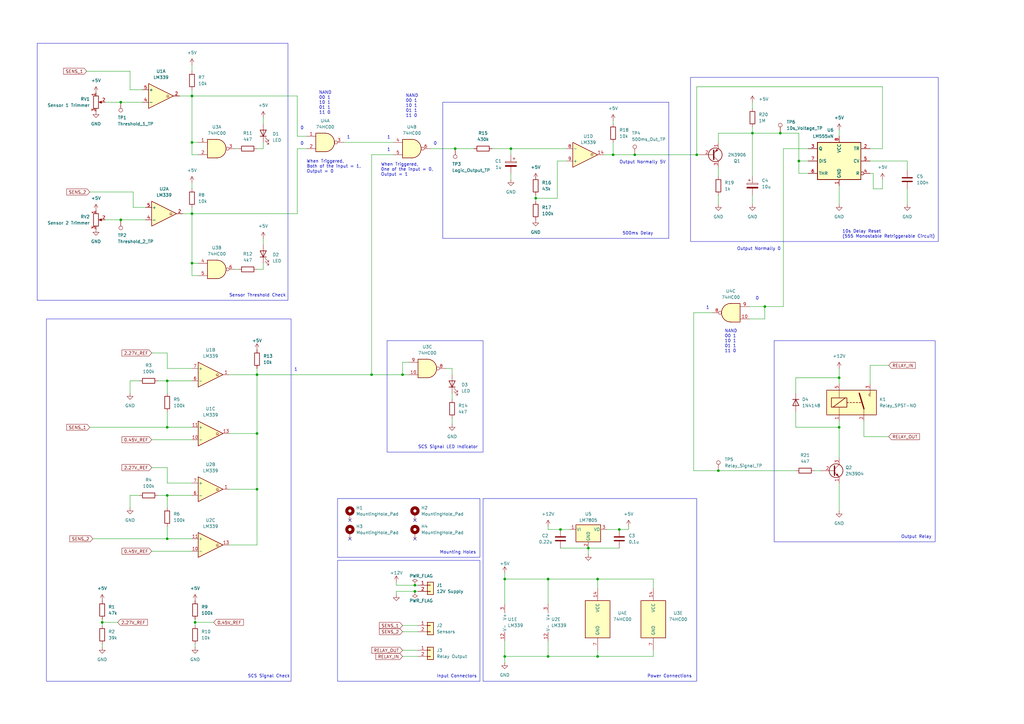
<source format=kicad_sch>
(kicad_sch (version 20230121) (generator eeschema)
  (paper "A3")
  (title_block (title "BSPD") (date "2024-06-09") (rev "V4.0") (company "Manchester Stinger Motorsports"))
  (lib_symbols
    (symbol "74xx:74HC00" (pin_names (offset 1.016))
      (property "Reference" "U" (at 0 1.27 0))
      (property "Value" "74HC00" (at 0 -1.27 0))
      (symbol "74HC00_1_1"
        (pin input line (at -7.62 2.54 0) (length 3.81) (name "~") (number "1"))
        (pin input line (at -7.62 -2.54 0) (length 3.81) (name "~") (number "2"))
        (pin output inverted (at 7.62 0 180) (length 3.81) (name "~") (number "3"))
      )
      (symbol "74HC00_1_2"
        (pin input inverted (at -7.62 2.54 0) (length 4.318) (name "~") (number "1"))
        (pin input inverted (at -7.62 -2.54 0) (length 4.318) (name "~") (number "2"))
        (pin output line (at 7.62 0 180) (length 3.81) (name "~") (number "3"))
      )
      (symbol "74HC00_2_1"
        (pin input line (at -7.62 2.54 0) (length 3.81) (name "~") (number "4"))
        (pin input line (at -7.62 -2.54 0) (length 3.81) (name "~") (number "5"))
        (pin output inverted (at 7.62 0 180) (length 3.81) (name "~") (number "6"))
      )
      (symbol "74HC00_2_2"
        (pin input inverted (at -7.62 2.54 0) (length 4.318) (name "~") (number "4"))
        (pin input inverted (at -7.62 -2.54 0) (length 4.318) (name "~") (number "5"))
        (pin output line (at 7.62 0 180) (length 3.81) (name "~") (number "6"))
      )
      (symbol "74HC00_3_1"
        (pin input line (at -7.62 -2.54 0) (length 3.81) (name "~") (number "10"))
        (pin output inverted (at 7.62 0 180) (length 3.81) (name "~") (number "8"))
        (pin input line (at -7.62 2.54 0) (length 3.81) (name "~") (number "9"))
      )
      (symbol "74HC00_3_2"
        (pin input inverted (at -7.62 -2.54 0) (length 4.318) (name "~") (number "10"))
        (pin output line (at 7.62 0 180) (length 3.81) (name "~") (number "8"))
        (pin input inverted (at -7.62 2.54 0) (length 4.318) (name "~") (number "9"))
      )
      (symbol "74HC00_4_1"
        (pin output inverted (at 7.62 0 180) (length 3.81) (name "~") (number "11"))
        (pin input line (at -7.62 2.54 0) (length 3.81) (name "~") (number "12"))
        (pin input line (at -7.62 -2.54 0) (length 3.81) (name "~") (number "13"))
      )
      (symbol "74HC00_4_2"
        (pin output line (at 7.62 0 180) (length 3.81) (name "~") (number "11"))
        (pin input inverted (at -7.62 2.54 0) (length 4.318) (name "~") (number "12"))
        (pin input inverted (at -7.62 -2.54 0) (length 4.318) (name "~") (number "13"))
      )
      (symbol "74HC00_5_0"
        (pin power_in line (at 0 12.7 270) (length 5.08) (name "VCC") (number "14"))
        (pin power_in line (at 0 -12.7 90) (length 5.08) (name "GND") (number "7"))
      )
    )
    (symbol "Comparator:LM339" (pin_names (offset 0.127))
      (property "Reference" "U" (at 0 5.08 0))
      (property "Value" "LM339" (at 0 -5.08 0))
      (symbol "LM339_1_1"
        (pin open_collector line (at 7.62 0 180) (length 2.54) (name "~") (number "2"))
        (pin input line (at -7.62 -2.54 0) (length 2.54) (name "-") (number "4"))
        (pin input line (at -7.62 2.54 0) (length 2.54) (name "+") (number "5"))
      )
      (symbol "LM339_2_1"
        (pin open_collector line (at 7.62 0 180) (length 2.54) (name "~") (number "1"))
        (pin input line (at -7.62 -2.54 0) (length 2.54) (name "-") (number "6"))
        (pin input line (at -7.62 2.54 0) (length 2.54) (name "+") (number "7"))
      )
      (symbol "LM339_3_1"
        (pin input line (at -7.62 -2.54 0) (length 2.54) (name "-") (number "10"))
        (pin input line (at -7.62 2.54 0) (length 2.54) (name "+") (number "11"))
        (pin open_collector line (at 7.62 0 180) (length 2.54) (name "~") (number "13"))
      )
      (symbol "LM339_4_1"
        (pin open_collector line (at 7.62 0 180) (length 2.54) (name "~") (number "14"))
        (pin input line (at -7.62 -2.54 0) (length 2.54) (name "-") (number "8"))
        (pin input line (at -7.62 2.54 0) (length 2.54) (name "+") (number "9"))
      )
      (symbol "LM339_5_1"
        (pin power_in line (at -2.54 -7.62 90) (length 3.81) (name "V-") (number "12"))
        (pin power_in line (at -2.54 7.62 270) (length 3.81) (name "V+") (number "3"))
      )
    )
    (symbol "Connector:TestPoint" (pin_numbers hide) (pin_names (offset 0.762) hide)
      (property "Reference" "TP" (at 0 6.858 0))
      (property "Value" "TestPoint" (at 0 5.08 0))
      (symbol "TestPoint_1_1"
        (pin passive line (at 0 0 90) (length 2.54) (name "1") (number "1"))
      )
    )
    (symbol "Connector_Generic:Conn_01x02" (pin_names (offset 1.016) hide)
      (property "Reference" "J" (at 0 2.54 0))
      (property "Value" "Conn_01x02" (at 0 -5.08 0))
      (symbol "Conn_01x02_1_1"
        (pin passive line (at -5.08 0 0) (length 3.81) (name "Pin_1") (number "1"))
        (pin passive line (at -5.08 -2.54 0) (length 3.81) (name "Pin_2") (number "2"))
      )
    )
    (symbol "Device:C" (pin_numbers hide) (pin_names (offset 0.254))
      (property "Reference" "C" (at 0.635 2.54 0))
      (property "Value" "C" (at 0.635 -2.54 0))
      (symbol "C_1_1"
        (pin passive line (at 0 3.81 270) (length 2.794) (name "~") (number "1"))
        (pin passive line (at 0 -3.81 90) (length 2.794) (name "~") (number "2"))
      )
    )
    (symbol "Device:C_Polarized" (pin_numbers hide) (pin_names (offset 0.254))
      (property "Reference" "C" (at 0.635 2.54 0))
      (property "Value" "C_Polarized" (at 0.635 -2.54 0))
      (symbol "C_Polarized_1_1"
        (pin passive line (at 0 3.81 270) (length 2.794) (name "~") (number "1"))
        (pin passive line (at 0 -3.81 90) (length 2.794) (name "~") (number "2"))
      )
    )
    (symbol "Device:LED" (pin_numbers hide) (pin_names (offset 1.016) hide)
      (property "Reference" "D" (at 0 2.54 0))
      (property "Value" "LED" (at 0 -2.54 0))
      (symbol "LED_1_1"
        (pin passive line (at -3.81 0 0) (length 2.54) (name "K") (number "1"))
        (pin passive line (at 3.81 0 180) (length 2.54) (name "A") (number "2"))
      )
    )
    (symbol "Device:R" (pin_numbers hide) (pin_names (offset 0))
      (property "Reference" "R" (at 2.032 0 90))
      (property "Value" "R" (at 0 0 90))
      (symbol "R_1_1"
        (pin passive line (at 0 3.81 270) (length 1.27) (name "~") (number "1"))
        (pin passive line (at 0 -3.81 90) (length 1.27) (name "~") (number "2"))
      )
    )
    (symbol "Device:R_Potentiometer" (pin_names (offset 1.016) hide)
      (property "Reference" "RV" (at -4.445 0 90))
      (property "Value" "R_Potentiometer" (at -2.54 0 90))
      (symbol "R_Potentiometer_1_1"
        (pin passive line (at 0 3.81 270) (length 1.27) (name "1") (number "1"))
        (pin passive line (at 3.81 0 180) (length 1.27) (name "2") (number "2"))
        (pin passive line (at 0 -3.81 90) (length 1.27) (name "3") (number "3"))
      )
    )
    (symbol "Diode:1N4148" (pin_numbers hide) (pin_names hide)
      (property "Reference" "D" (at 0 2.54 0))
      (property "Value" "1N4148" (at 0 -2.54 0))
      (symbol "1N4148_1_1"
        (pin passive line (at -3.81 0 0) (length 2.54) (name "K") (number "1"))
        (pin passive line (at 3.81 0 180) (length 2.54) (name "A") (number "2"))
      )
    )
    (symbol "Mechanical:MountingHole_Pad" (pin_numbers hide) (pin_names (offset 1.016) hide)
      (property "Reference" "H" (at 0 6.35 0))
      (property "Value" "MountingHole_Pad" (at 0 4.445 0))
      (symbol "MountingHole_Pad_1_1"
        (pin input line (at 0 -2.54 90) (length 2.54) (name "1") (number "1"))
      )
    )
    (symbol "Regulator_Linear:LF50_TO220" (pin_names (offset 0.254))
      (property "Reference" "U" (at -3.81 3.175 0))
      (property "Value" "LF50_TO220" (at 0 3.175 0))
      (symbol "LF50_TO220_1_1"
        (pin power_in line (at -7.62 0 0) (length 2.54) (name "VI") (number "1"))
        (pin power_in line (at 0 -7.62 90) (length 2.54) (name "GND") (number "2"))
        (pin power_out line (at 7.62 0 180) (length 2.54) (name "VO") (number "3"))
      )
    )
    (symbol "Relay:Relay_SPST-NO"
      (property "Reference" "K1" (at 11.43 1.27 0))
      (property "Value" "Relay_SPST-NO" (at 11.43 -1.27 0))
      (symbol "Relay_SPST-NO_1_1"
        (pin passive line (at -5.08 -7.62 90) (length 2.54) (name "~") (number "1"))
        (pin passive line (at 5.08 -7.62 90) (length 2.54) (name "~") (number "2"))
        (pin passive line (at 7.62 7.62 270) (length 2.54) (name "~") (number "3"))
        (pin passive line (at -5.08 7.62 270) (length 2.54) (name "~") (number "5"))
      )
    )
    (symbol "Timer:LM555xN"
      (property "Reference" "U" (at -10.16 8.89 0))
      (property "Value" "LM555xN" (at 2.54 8.89 0))
      (symbol "LM555xN_0_0"
        (pin power_in line (at 0 -10.16 90) (length 2.54) (name "GND") (number "1"))
        (pin power_in line (at 0 10.16 270) (length 2.54) (name "VCC") (number "8"))
      )
      (symbol "LM555xN_1_1"
        (pin input line (at -12.7 5.08 0) (length 3.81) (name "TR") (number "2"))
        (pin output line (at 12.7 5.08 180) (length 3.81) (name "Q") (number "3"))
        (pin input inverted (at -12.7 -5.08 0) (length 3.81) (name "R") (number "4"))
        (pin input line (at -12.7 0 0) (length 3.81) (name "CV") (number "5"))
        (pin input line (at 12.7 -5.08 180) (length 3.81) (name "THR") (number "6"))
        (pin input line (at 12.7 0 180) (length 3.81) (name "DIS") (number "7"))
      )
    )
    (symbol "Transistor_BJT:2N3904" (pin_names (offset 0) hide)
      (property "Reference" "Q" (at 5.08 1.905 0))
      (property "Value" "2N3904" (at 5.08 0 0))
      (symbol "2N3904_1_1"
        (pin passive line (at 2.54 -5.08 90) (length 2.54) (name "E") (number "1"))
        (pin passive line (at -5.08 0 0) (length 5.715) (name "B") (number "2"))
        (pin passive line (at 2.54 5.08 270) (length 2.54) (name "C") (number "3"))
      )
    )
    (symbol "Transistor_BJT:2N3906" (pin_names (offset 0) hide)
      (property "Reference" "Q" (at 5.08 1.905 0))
      (property "Value" "2N3906" (at 5.08 0 0))
      (symbol "2N3906_1_1"
        (pin passive line (at 2.54 -5.08 90) (length 2.54) (name "E") (number "1"))
        (pin input line (at -5.08 0 0) (length 5.715) (name "B") (number "2"))
        (pin passive line (at 2.54 5.08 270) (length 2.54) (name "C") (number "3"))
      )
    )
    (symbol "power:+12V" (power) (pin_names (offset 0))
      (property "Value" "+12V" (at 0 3.556 0))
      (symbol "+12V_1_1"
        (pin power_in line (at 0 0 90) (length 0) hide (name "+12V") (number "1"))
      )
    )
    (symbol "power:+5V" (power) (pin_names (offset 0))
      (property "Value" "+5V" (at 0 3.556 0))
      (symbol "+5V_1_1"
        (pin power_in line (at 0 0 90) (length 0) hide (name "+5V") (number "1"))
      )
    )
    (symbol "power:GND" (power) (pin_names (offset 0))
      (property "Value" "GND" (at 0 -3.81 0))
      (symbol "GND_1_1"
        (pin power_in line (at 0 0 270) (length 0) hide (name "GND") (number "1"))
      )
    )
    (symbol "power:PWR_FLAG" (power) (pin_numbers hide) (pin_names (offset 0) hide)
      (property "Value" "PWR_FLAG" (at 0 3.81 0))
      (symbol "PWR_FLAG_0_0"
        (pin power_out line (at 0 0 90) (length 0) (name "pwr") (number "1"))
      )
    )
  )
  (junction (at 294.64 193.04))
  (junction (at 245.11 269.24))
  (junction (at 219.71 81.28))
  (junction (at 170.18 240.03))
  (junction (at 209.55 60.96))
  (junction (at 186.69 60.96))
  (junction (at 344.17 175.26))
  (junction (at 245.11 237.49))
  (junction (at 78.74 39.37))
  (junction (at 105.41 153.67))
  (junction (at 327.66 66.04))
  (junction (at 105.41 200.66))
  (junction (at 78.74 87.63))
  (junction (at 68.58 175.26))
  (junction (at 68.58 156.21))
  (junction (at 207.01 269.24))
  (junction (at 224.79 269.24))
  (junction (at 78.74 58.42))
  (junction (at 41.91 255.27))
  (junction (at 207.01 237.49))
  (junction (at 251.46 63.5))
  (junction (at 78.74 107.95))
  (junction (at 308.61 54.61))
  (junction (at 68.58 220.98))
  (junction (at 313.69 125.73))
  (junction (at 224.79 237.49))
  (junction (at 165.1 153.67))
  (junction (at 49.53 41.91))
  (junction (at 80.01 255.27))
  (junction (at 241.3 224.79))
  (junction (at 152.4 153.67))
  (junction (at 260.35 63.5))
  (junction (at 49.53 90.17))
  (junction (at 170.18 242.57))
  (junction (at 320.04 54.61))
  (junction (at 285.75 63.5))
  (junction (at 344.17 154.94))
  (junction (at 68.58 203.2))
  (junction (at 229.87 217.17))
  (junction (at 254 217.17))
  (junction (at 105.41 177.8))
  (no_connect (at 170.18 220.98))
  (no_connect (at 143.51 220.98))
  (no_connect (at 143.51 213.36))
  (no_connect (at 170.18 213.36))
  (wire (pts (xy 358.14 71.12) (xy 356.87 71.12)))
  (wire (pts (xy 228.6 66.04) (xy 232.41 66.04)))
  (wire (pts (xy 68.58 191.77) (xy 62.23 191.77)))
  (wire (pts (xy 105.41 60.96) (xy 107.95 60.96)))
  (wire (pts (xy 308.61 54.61) (xy 308.61 72.39)))
  (wire (pts (xy 260.35 63.5) (xy 285.75 63.5)))
  (wire (pts (xy 285.75 35.56) (xy 285.75 63.5)))
  (wire (pts (xy 209.55 63.5) (xy 209.55 60.96)))
  (wire (pts (xy 207.01 269.24) (xy 207.01 262.89)))
  (wire (pts (xy 294.64 193.04) (xy 326.39 193.04)))
  (wire (pts (xy 185.42 151.13) (xy 185.42 153.67)))
  (wire (pts (xy 68.58 220.98) (xy 78.74 220.98)))
  (wire (pts (xy 121.92 55.88) (xy 125.73 55.88)))
  (wire (pts (xy 93.98 153.67) (xy 105.41 153.67)))
  (wire (pts (xy 78.74 39.37) (xy 78.74 58.42)))
  (wire (pts (xy 78.74 156.21) (xy 68.58 156.21)))
  (wire (pts (xy 78.74 74.93) (xy 78.74 77.47)))
  (wire (pts (xy 167.64 148.59) (xy 165.1 148.59)))
  (wire (pts (xy 326.39 168.91) (xy 326.39 175.26)))
  (wire (pts (xy 93.98 223.52) (xy 105.41 223.52)))
  (wire (pts (xy 313.69 125.73) (xy 313.69 130.81)))
  (wire (pts (xy 358.14 77.47) (xy 358.14 71.12)))
  (wire (pts (xy 209.55 71.12) (xy 209.55 73.66)))
  (wire (pts (xy 245.11 237.49) (xy 245.11 241.3)))
  (wire (pts (xy 284.48 128.27) (xy 284.48 193.04)))
  (wire (pts (xy 344.17 55.88) (xy 344.17 53.34)))
  (wire (pts (xy 372.11 83.82) (xy 372.11 77.47)))
  (wire (pts (xy 68.58 198.12) (xy 78.74 198.12)))
  (wire (pts (xy 356.87 60.96) (xy 361.95 60.96)))
  (wire (pts (xy 327.66 66.04) (xy 331.47 66.04)))
  (wire (pts (xy 68.58 151.13) (xy 78.74 151.13)))
  (wire (pts (xy 74.93 87.63) (xy 78.74 87.63)))
  (wire (pts (xy 54.61 78.74) (xy 36.83 78.74)))
  (wire (pts (xy 248.92 217.17) (xy 254 217.17)))
  (wire (pts (xy 285.75 63.5) (xy 287.02 63.5)))
  (wire (pts (xy 170.18 242.57) (xy 171.45 242.57)))
  (wire (pts (xy 78.74 87.63) (xy 121.92 87.63)))
  (wire (pts (xy 78.74 39.37) (xy 78.74 36.83)))
  (wire (pts (xy 105.41 153.67) (xy 105.41 177.8)))
  (wire (pts (xy 62.23 180.34) (xy 78.74 180.34)))
  (wire (pts (xy 334.01 193.04) (xy 336.55 193.04)))
  (wire (pts (xy 185.42 163.83) (xy 185.42 161.29)))
  (wire (pts (xy 326.39 175.26) (xy 344.17 175.26)))
  (wire (pts (xy 284.48 193.04) (xy 294.64 193.04)))
  (wire (pts (xy 41.91 255.27) (xy 48.26 255.27)))
  (wire (pts (xy 257.81 215.9) (xy 257.81 217.17)))
  (wire (pts (xy 331.47 71.12) (xy 327.66 71.12)))
  (wire (pts (xy 245.11 237.49) (xy 267.97 237.49)))
  (wire (pts (xy 219.71 80.01) (xy 219.71 81.28)))
  (wire (pts (xy 53.34 203.2) (xy 57.15 203.2)))
  (wire (pts (xy 107.95 60.96) (xy 107.95 58.42)))
  (wire (pts (xy 49.53 90.17) (xy 59.69 90.17)))
  (wire (pts (xy 294.64 58.42) (xy 294.64 54.61)))
  (wire (pts (xy 308.61 54.61) (xy 320.04 54.61)))
  (wire (pts (xy 78.74 58.42) (xy 78.74 63.5)))
  (wire (pts (xy 80.01 265.43) (xy 80.01 264.16)))
  (wire (pts (xy 68.58 208.28) (xy 68.58 203.2)))
  (wire (pts (xy 53.34 36.83) (xy 58.42 36.83)))
  (wire (pts (xy 257.81 217.17) (xy 254 217.17)))
  (wire (pts (xy 107.95 48.26) (xy 107.95 50.8)))
  (wire (pts (xy 308.61 41.91) (xy 308.61 44.45)))
  (wire (pts (xy 152.4 153.67) (xy 165.1 153.67)))
  (wire (pts (xy 68.58 156.21) (xy 64.77 156.21)))
  (wire (pts (xy 207.01 237.49) (xy 207.01 234.95)))
  (wire (pts (xy 186.69 60.96) (xy 194.31 60.96)))
  (wire (pts (xy 93.98 177.8) (xy 105.41 177.8)))
  (wire (pts (xy 344.17 175.26) (xy 344.17 187.96)))
  (wire (pts (xy 219.71 81.28) (xy 219.71 82.55)))
  (wire (pts (xy 247.65 63.5) (xy 251.46 63.5)))
  (wire (pts (xy 165.1 153.67) (xy 167.64 153.67)))
  (wire (pts (xy 224.79 262.89) (xy 224.79 269.24)))
  (wire (pts (xy 105.41 151.13) (xy 105.41 153.67)))
  (wire (pts (xy 209.55 60.96) (xy 232.41 60.96)))
  (wire (pts (xy 171.45 240.03) (xy 170.18 240.03)))
  (wire (pts (xy 320.04 54.61) (xy 327.66 54.61)))
  (wire (pts (xy 326.39 154.94) (xy 344.17 154.94)))
  (wire (pts (xy 294.64 80.01) (xy 294.64 83.82)))
  (wire (pts (xy 152.4 63.5) (xy 152.4 153.67)))
  (wire (pts (xy 219.71 81.28) (xy 228.6 81.28)))
  (wire (pts (xy 121.92 39.37) (xy 121.92 55.88)))
  (wire (pts (xy 152.4 63.5) (xy 161.29 63.5)))
  (wire (pts (xy 284.48 128.27) (xy 292.1 128.27)))
  (wire (pts (xy 105.41 200.66) (xy 105.41 177.8)))
  (wire (pts (xy 121.92 60.96) (xy 125.73 60.96)))
  (wire (pts (xy 308.61 80.01) (xy 308.61 83.82)))
  (wire (pts (xy 41.91 254) (xy 41.91 255.27)))
  (wire (pts (xy 224.79 215.9) (xy 224.79 217.17)))
  (wire (pts (xy 93.98 200.66) (xy 105.41 200.66)))
  (wire (pts (xy 62.23 226.06) (xy 78.74 226.06)))
  (wire (pts (xy 327.66 71.12) (xy 327.66 66.04)))
  (wire (pts (xy 267.97 237.49) (xy 267.97 241.3)))
  (wire (pts (xy 54.61 85.09) (xy 54.61 78.74)))
  (wire (pts (xy 321.31 60.96) (xy 331.47 60.96)))
  (wire (pts (xy 78.74 39.37) (xy 121.92 39.37)))
  (wire (pts (xy 176.53 60.96) (xy 186.69 60.96)))
  (wire (pts (xy 68.58 168.91) (xy 68.58 175.26)))
  (wire (pts (xy 245.11 269.24) (xy 245.11 266.7)))
  (wire (pts (xy 308.61 52.07) (xy 308.61 54.61)))
  (wire (pts (xy 96.52 110.49) (xy 97.79 110.49)))
  (wire (pts (xy 140.97 58.42) (xy 161.29 58.42)))
  (wire (pts (xy 68.58 156.21) (xy 68.58 161.29)))
  (wire (pts (xy 81.28 63.5) (xy 78.74 63.5)))
  (wire (pts (xy 105.41 223.52) (xy 105.41 200.66)))
  (wire (pts (xy 162.56 242.57) (xy 170.18 242.57)))
  (wire (pts (xy 361.95 77.47) (xy 358.14 77.47)))
  (wire (pts (xy 53.34 29.21) (xy 53.34 36.83)))
  (wire (pts (xy 267.97 269.24) (xy 267.97 266.7)))
  (wire (pts (xy 307.34 130.81) (xy 313.69 130.81)))
  (wire (pts (xy 182.88 151.13) (xy 185.42 151.13)))
  (wire (pts (xy 361.95 35.56) (xy 285.75 35.56)))
  (wire (pts (xy 307.34 125.73) (xy 313.69 125.73)))
  (wire (pts (xy 78.74 26.67) (xy 78.74 29.21)))
  (wire (pts (xy 245.11 269.24) (xy 267.97 269.24)))
  (wire (pts (xy 53.34 156.21) (xy 57.15 156.21)))
  (wire (pts (xy 107.95 110.49) (xy 107.95 107.95)))
  (wire (pts (xy 224.79 217.17) (xy 229.87 217.17)))
  (wire (pts (xy 372.11 69.85) (xy 372.11 66.04)))
  (wire (pts (xy 80.01 255.27) (xy 80.01 256.54)))
  (wire (pts (xy 53.34 156.21) (xy 53.34 161.29)))
  (wire (pts (xy 49.53 41.91) (xy 58.42 41.91)))
  (wire (pts (xy 78.74 58.42) (xy 81.28 58.42)))
  (wire (pts (xy 38.1 220.98) (xy 68.58 220.98)))
  (wire (pts (xy 165.1 148.59) (xy 165.1 153.67)))
  (wire (pts (xy 224.79 269.24) (xy 245.11 269.24)))
  (wire (pts (xy 326.39 161.29) (xy 326.39 154.94)))
  (wire (pts (xy 321.31 60.96) (xy 321.31 125.73)))
  (wire (pts (xy 344.17 172.72) (xy 344.17 175.26)))
  (wire (pts (xy 68.58 198.12) (xy 68.58 191.77)))
  (wire (pts (xy 78.74 107.95) (xy 81.28 107.95)))
  (wire (pts (xy 321.31 125.73) (xy 313.69 125.73)))
  (wire (pts (xy 344.17 83.82) (xy 344.17 76.2)))
  (wire (pts (xy 81.28 113.03) (xy 78.74 113.03)))
  (wire (pts (xy 165.1 266.7) (xy 171.45 266.7)))
  (wire (pts (xy 251.46 63.5) (xy 251.46 58.42)))
  (wire (pts (xy 207.01 237.49) (xy 224.79 237.49)))
  (wire (pts (xy 78.74 107.95) (xy 78.74 113.03)))
  (wire (pts (xy 354.33 179.07) (xy 364.49 179.07)))
  (wire (pts (xy 356.87 149.86) (xy 356.87 157.48)))
  (wire (pts (xy 207.01 269.24) (xy 207.01 271.78)))
  (wire (pts (xy 35.56 29.21) (xy 53.34 29.21)))
  (wire (pts (xy 68.58 151.13) (xy 68.58 144.78)))
  (wire (pts (xy 327.66 54.61) (xy 327.66 66.04)))
  (wire (pts (xy 43.18 41.91) (xy 49.53 41.91)))
  (wire (pts (xy 53.34 208.28) (xy 53.34 203.2)))
  (wire (pts (xy 78.74 87.63) (xy 78.74 107.95)))
  (wire (pts (xy 80.01 254) (xy 80.01 255.27)))
  (wire (pts (xy 43.18 90.17) (xy 49.53 90.17)))
  (wire (pts (xy 344.17 151.13) (xy 344.17 154.94)))
  (wire (pts (xy 294.64 54.61) (xy 308.61 54.61)))
  (wire (pts (xy 361.95 73.66) (xy 361.95 77.47)))
  (wire (pts (xy 162.56 243.84) (xy 162.56 242.57)))
  (wire (pts (xy 68.58 175.26) (xy 78.74 175.26)))
  (wire (pts (xy 105.41 110.49) (xy 107.95 110.49)))
  (wire (pts (xy 254 224.79) (xy 241.3 224.79)))
  (wire (pts (xy 68.58 203.2) (xy 64.77 203.2)))
  (wire (pts (xy 294.64 68.58) (xy 294.64 72.39)))
  (wire (pts (xy 228.6 66.04) (xy 228.6 81.28)))
  (wire (pts (xy 41.91 265.43) (xy 41.91 264.16)))
  (wire (pts (xy 361.95 60.96) (xy 361.95 35.56)))
  (wire (pts (xy 219.71 72.39) (xy 219.71 73.66)))
  (wire (pts (xy 54.61 85.09) (xy 59.69 85.09)))
  (wire (pts (xy 207.01 237.49) (xy 207.01 247.65)))
  (wire (pts (xy 96.52 60.96) (xy 97.79 60.96)))
  (wire (pts (xy 251.46 63.5) (xy 260.35 63.5)))
  (wire (pts (xy 344.17 154.94) (xy 344.17 157.48)))
  (wire (pts (xy 251.46 50.8) (xy 251.46 49.53)))
  (wire (pts (xy 229.87 217.17) (xy 233.68 217.17)))
  (wire (pts (xy 165.1 259.08) (xy 171.45 259.08)))
  (wire (pts (xy 344.17 198.12) (xy 344.17 209.55)))
  (wire (pts (xy 224.79 269.24) (xy 207.01 269.24)))
  (wire (pts (xy 80.01 255.27) (xy 87.63 255.27)))
  (wire (pts (xy 121.92 87.63) (xy 121.92 60.96)))
  (wire (pts (xy 224.79 237.49) (xy 245.11 237.49)))
  (wire (pts (xy 41.91 255.27) (xy 41.91 256.54)))
  (wire (pts (xy 224.79 237.49) (xy 224.79 247.65)))
  (wire (pts (xy 165.1 256.54) (xy 171.45 256.54)))
  (wire (pts (xy 241.3 224.79) (xy 241.3 227.33)))
  (wire (pts (xy 105.41 153.67) (xy 152.4 153.67)))
  (wire (pts (xy 73.66 39.37) (xy 78.74 39.37)))
  (wire (pts (xy 171.45 269.24) (xy 165.1 269.24)))
  (wire (pts (xy 229.87 224.79) (xy 241.3 224.79)))
  (wire (pts (xy 68.58 215.9) (xy 68.58 220.98)))
  (wire (pts (xy 162.56 240.03) (xy 170.18 240.03)))
  (wire (pts (xy 364.49 149.86) (xy 356.87 149.86)))
  (wire (pts (xy 78.74 203.2) (xy 68.58 203.2)))
  (wire (pts (xy 354.33 172.72) (xy 354.33 179.07)))
  (wire (pts (xy 201.93 60.96) (xy 209.55 60.96)))
  (wire (pts (xy 185.42 173.99) (xy 185.42 171.45)))
  (wire (pts (xy 68.58 144.78) (xy 62.23 144.78)))
  (wire (pts (xy 78.74 85.09) (xy 78.74 87.63)))
  (wire (pts (xy 36.83 175.26) (xy 68.58 175.26)))
  (wire (pts (xy 162.56 238.76) (xy 162.56 240.03)))
  (wire (pts (xy 107.95 97.79) (xy 107.95 100.33)))
  (wire (pts (xy 372.11 66.04) (xy 356.87 66.04)))
  (rectangle (start 19.05 130.81) (end 119.38 279.4))
  (rectangle (start 138.43 229.87) (end 196.85 279.4))
  (rectangle (start 138.43 204.47) (end 196.85 228.6))
  (rectangle (start 317.5 139.7) (end 383.54 222.25))
  (rectangle (start 283.21 31.75) (end 384.81 99.06))
  (rectangle (start 15.24 17.78) (end 118.11 123.19))
  (rectangle (start 198.12 204.47) (end 285.75 279.4))
  (rectangle (start 181.61 41.91) (end 274.32 97.79))
  (rectangle (start 158.75 139.7) (end 198.12 185.42))
  (text "SCS Signal Check" (at 101.6 278.13 0) (effects (font (size 1.27 1.27)) (justify left bottom)))
  (text "0" (at 177.8 59.69 0) (effects (font (size 1.27 1.27)) (justify left bottom)))
  (text "1" (at 142.24 57.15 0) (effects (font (size 1.27 1.27)) (justify left bottom)))
  (text "When Triggered, \nBoth of the input = 1, \nOutput = 0\n" (at 125.73 71.12 0) (effects (font (size 1.27 1.27)) (justify left bottom)))
  (text "500ms Delay" (at 255.27 96.52 0) (effects (font (size 1.27 1.27)) (justify left bottom)))
  (text "Mounting Holes" (at 180.34 227.33 0) (effects (font (size 1.27 1.27)) (justify left bottom)))
  (text "Output Relay" (at 369.57 220.98 0) (effects (font (size 1.27 1.27)) (justify left bottom)))
  (text "0" (at 123.19 59.69 0) (effects (font (size 1.27 1.27)) (justify left bottom)))
  (text "SCS Signal LED Indicator" (at 171.45 184.15 0) (effects (font (size 1.27 1.27)) (justify left bottom)))
  (text "1" (at 158.75 57.15 0) (effects (font (size 1.27 1.27)) (justify left bottom)))
  (text "Power Connections" (at 265.43 278.13 0) (effects (font (size 1.27 1.27)) (justify left bottom)))
  (text "NAND\n00 1\n10 1\n01 1\n11 0\n" (at 130.81 46.99 0) (effects (font (size 1.27 1.27)) (justify left bottom)))
  (text "Sensor Threshold Check" (at 93.98 121.92 0) (effects (font (size 1.27 1.27)) (justify left bottom)))
  (text "0" (at 309.88 123.19 0) (effects (font (size 1.27 1.27)) (justify left bottom)))
  (text "NAND\n00 1\n10 1\n01 1\n11 0\n" (at 297.18 144.78 0) (effects (font (size 1.27 1.27)) (justify left bottom)))
  (text "1" (at 120.65 152.4 0) (effects (font (size 1.27 1.27)) (justify left bottom)))
  (text "Output Normally 5V" (at 254 67.31 0) (effects (font (size 1.27 1.27)) (justify left bottom)))
  (text "Input Connectors\n" (at 179.07 278.13 0) (effects (font (size 1.27 1.27)) (justify left bottom)))
  (text "When Triggered, \n0ne of the input = 0, \nOutput = 1\n" (at 156.21 72.39 0) (effects (font (size 1.27 1.27)) (justify left bottom)))
  (text "10s Delay Reset\n(555 Monostable Retriggerable Circuit)" (at 345.44 97.79 0) (effects (font (size 1.27 1.27)) (justify left bottom)))
  (text "Output Normally 0" (at 302.26 102.87 0) (effects (font (size 1.27 1.27)) (justify left bottom)))
  (text "1" (at 289.56 127 0) (effects (font (size 1.27 1.27)) (justify left bottom)))
  (text "NAND\n00 1\n10 1\n01 1\n11 0\n" (at 166.37 48.26 0) (effects (font (size 1.27 1.27)) (justify left bottom)))
  (text "1" (at 158.75 62.23 0) (effects (font (size 1.27 1.27)) (justify left bottom)))
  (text "0" (at 123.19 53.34 0) (effects (font (size 1.27 1.27)) (justify left bottom)))
  (global_label "SENS_2" (shape input) (at 165.1 259.08 180) (property "Intersheetrefs" "${INTERSHEET_REFS}" (effects hide)))
  (global_label "0.45V_REF" (shape input) (at 87.63 255.27 0) (property "Intersheetrefs" "${INTERSHEET_REFS}" (effects hide)))
  (global_label "SENS_1" (shape input) (at 165.1 256.54 180) (property "Intersheetrefs" "${INTERSHEET_REFS}" (effects hide)))
  (global_label "SENS_1" (shape input) (at 36.83 175.26 180) (property "Intersheetrefs" "${INTERSHEET_REFS}" (effects hide)))
  (global_label "2.27V_REF" (shape input) (at 48.26 255.27 0) (property "Intersheetrefs" "${INTERSHEET_REFS}" (effects hide)))
  (global_label "2.27V_REF" (shape input) (at 62.23 191.77 180) (property "Intersheetrefs" "${INTERSHEET_REFS}" (effects hide)))
  (global_label "RELAY_IN" (shape input) (at 364.49 149.86 0) (property "Intersheetrefs" "${INTERSHEET_REFS}" (effects hide)))
  (global_label "SENS_2" (shape input) (at 36.83 78.74 180) (property "Intersheetrefs" "${INTERSHEET_REFS}" (effects hide)))
  (global_label "0.45V_REF" (shape input) (at 62.23 180.34 180) (property "Intersheetrefs" "${INTERSHEET_REFS}" (effects hide)))
  (global_label "RELAY_IN" (shape input) (at 165.1 269.24 180) (property "Intersheetrefs" "${INTERSHEET_REFS}" (effects hide)))
  (global_label "2.27V_REF" (shape input) (at 62.23 144.78 180) (property "Intersheetrefs" "${INTERSHEET_REFS}" (effects hide)))
  (global_label "SENS_2" (shape input) (at 38.1 220.98 180) (property "Intersheetrefs" "${INTERSHEET_REFS}" (effects hide)))
  (global_label "RELAY_OUT" (shape input) (at 364.49 179.07 0) (property "Intersheetrefs" "${INTERSHEET_REFS}" (effects hide)))
  (global_label "0.45V_REF" (shape input) (at 62.23 226.06 180) (property "Intersheetrefs" "${INTERSHEET_REFS}" (effects hide)))
  (global_label "RELAY_OUT" (shape input) (at 165.1 266.7 180) (property "Intersheetrefs" "${INTERSHEET_REFS}" (effects hide)))
  (global_label "SENS_1" (shape input) (at 35.56 29.21 180) (property "Intersheetrefs" "${INTERSHEET_REFS}" (effects hide)))
  (symbol (lib_id "Connector:TestPoint") (at 49.53 41.91 180) (unit 1)
    (property "Reference" "TP1" (at 48.26 48.26 0) (effects (justify right)))
    (property "Value" "Threshold_1_TP" (at 48.26 50.8 0) (effects (justify right)))
    (property "Footprint" "TestPoint:TestPoint_Loop_D1.80mm_Drill1.0mm_Beaded" (effects hide))
  )
  (symbol (lib_id "Comparator:LM339") (at 86.36 223.52 0) (unit 3)
    (property "Reference" "U2" (at 86.36 213.36 0))
    (property "Value" "LM339" (at 86.36 215.9 0))
    (property "Footprint" "Package_DIP:DIP-14_W7.62mm" (effects hide))
    (property "Datasheet" "https://www.st.com/resource/en/datasheet/lm139.pdf" (effects hide))
  )
  (symbol (lib_id "Mechanical:MountingHole_Pad") (at 170.18 210.82 0) (unit 1)
    (property "Reference" "H2" (at 172.72 208.28 0) (effects (justify left)))
    (property "Value" "MountingHole_Pad" (at 172.72 210.82 0) (effects (justify left)))
    (property "Footprint" "MountingHole:MountingHole_3.2mm_M3_DIN965_Pad" (effects hide))
  )
  (symbol (lib_id "Device:R") (at 219.71 76.2 0) (unit 1)
    (property "Reference" "R16" (at 222.25 74.93 0) (effects (justify left)))
    (property "Value" "43k" (at 222.25 77.47 0) (effects (justify left)))
    (property "Footprint" "Resistor_THT:R_Axial_DIN0207_L6.3mm_D2.5mm_P10.16mm_Horizontal" (effects hide))
  )
  (symbol (lib_id "Device:R_Potentiometer") (at 39.37 41.91 0) (unit 1)
    (property "Reference" "RV1" (at 36.83 40.64 0) (effects (justify right)))
    (property "Value" "Sensor 1 Trimmer" (at 36.83 43.18 0) (effects (justify right)))
    (property "Footprint" "BSPD_footprints:Potentiometer_Bourns_3386P_Vertical" (effects hide))
  )
  (symbol (lib_id "Connector_Generic:Conn_01x02") (at 176.53 240.03 0) (unit 1)
    (property "Reference" "J1" (at 179.07 240.03 0) (effects (justify left)))
    (property "Value" "12V Supply" (at 179.07 242.57 0) (effects (justify left)))
    (property "Footprint" "Connector_JST:JST_VH_B2P-VH-FB-B_1x02_P3.96mm_Vertical" (effects hide))
  )
  (symbol (lib_id "power:+12V") (at 162.56 238.76 0) (unit 1)
    (property "Reference" "#PWR016" (effects hide))
    (property "Value" "+12V" (at 162.56 234.95 0))
  )
  (symbol (lib_id "74xx:74HC00") (at 245.11 254 0) (mirror y) (unit 5)
    (property "Reference" "U4" (at 255.27 251.46 0))
    (property "Value" "74HC00" (at 255.27 254 0))
    (property "Footprint" "Package_DIP:DIP-14_W7.62mm" (effects hide))
    (property "Datasheet" "http://www.ti.com/lit/gpn/sn74hc00" (effects hide))
  )
  (symbol (lib_id "Device:R") (at 60.96 156.21 90) (unit 1)
    (property "Reference" "R3" (at 60.96 149.86 90))
    (property "Value" "100k" (at 60.96 152.4 90))
    (property "Footprint" "Resistor_THT:R_Axial_DIN0207_L6.3mm_D2.5mm_P10.16mm_Horizontal" (effects hide))
  )
  (symbol (lib_id "Comparator:LM339") (at 209.55 255.27 0) (unit 5)
    (property "Reference" "U1" (at 208.28 254 0) (effects (justify left)))
    (property "Value" "LM339" (at 208.28 256.54 0) (effects (justify left)))
    (property "Footprint" "Package_DIP:DIP-14_W7.62mm" (effects hide))
    (property "Datasheet" "https://www.st.com/resource/en/datasheet/lm139.pdf" (effects hide))
  )
  (symbol (lib_id "power:+5V") (at 78.74 74.93 0) (unit 1)
    (property "Reference" "#PWR010" (effects hide))
    (property "Value" "+5V" (at 78.74 69.85 0))
  )
  (symbol (lib_id "Mechanical:MountingHole_Pad") (at 143.51 210.82 0) (unit 1)
    (property "Reference" "H1" (at 146.05 208.28 0) (effects (justify left)))
    (property "Value" "MountingHole_Pad" (at 146.05 210.82 0) (effects (justify left)))
    (property "Footprint" "MountingHole:MountingHole_3.2mm_M3_DIN965_Pad" (effects hide))
  )
  (symbol (lib_id "74xx:74HC00") (at 175.26 151.13 0) (unit 3)
    (property "Reference" "U3" (at 175.2517 142.24 0))
    (property "Value" "74HC00" (at 175.2517 144.78 0))
    (property "Footprint" "Package_DIP:DIP-14_W7.62mm" (effects hide))
    (property "Datasheet" "http://www.ti.com/lit/gpn/sn74hc00" (effects hide))
  )
  (symbol (lib_id "Transistor_BJT:2N3906") (at 292.1 63.5 0) (mirror x) (unit 1)
    (property "Reference" "Q1" (at 302.26 66.04 0))
    (property "Value" "2N3906" (at 302.26 63.5 0))
    (property "Footprint" "Package_TO_SOT_THT:TO-92L_Wide" (effects hide))
    (property "Datasheet" "https://www.onsemi.com/pub/Collateral/2N3906-D.PDF" (effects hide))
  )
  (symbol (lib_id "Connector_Generic:Conn_01x02") (at 176.53 256.54 0) (unit 1)
    (property "Reference" "J2" (at 179.07 256.54 0) (effects (justify left)))
    (property "Value" "Sensors" (at 179.07 259.08 0) (effects (justify left)))
    (property "Footprint" "TerminalBlock_Phoenix:TerminalBlock_Phoenix_MPT-0,5-2-2.54_1x02_P2.54mm_Horizontal" (effects hide))
  )
  (symbol (lib_id "Device:C") (at 229.87 220.98 0) (unit 1)
    (property "Reference" "C2" (at 222.25 219.71 0) (effects (justify left)))
    (property "Value" "0.22u" (at 220.98 222.25 0) (effects (justify left)))
    (property "Footprint" "Capacitor_THT:C_Disc_D8.0mm_W2.5mm_P5.00mm" (effects hide))
  )
  (symbol (lib_id "power:GND") (at 53.34 161.29 0) (unit 1)
    (property "Reference" "#PWR07" (effects hide))
    (property "Value" "GND" (at 53.34 166.37 0))
  )
  (symbol (lib_id "Device:R") (at 101.6 110.49 90) (unit 1)
    (property "Reference" "R12" (at 101.6 104.14 90))
    (property "Value" "4k7" (at 101.6 106.68 90))
    (property "Footprint" "Resistor_THT:R_Axial_DIN0207_L6.3mm_D2.5mm_P10.16mm_Horizontal" (effects hide))
  )
  (symbol (lib_id "Device:C") (at 372.11 73.66 0) (mirror y) (unit 1)
    (property "Reference" "C5" (at 375.92 72.39 0) (effects (justify right)))
    (property "Value" "100n" (at 375.92 74.93 0) (effects (justify right)))
    (property "Footprint" "Capacitor_THT:C_Disc_D8.0mm_W2.5mm_P5.00mm" (effects hide))
  )
  (symbol (lib_id "Transistor_BJT:2N3904") (at 341.63 193.04 0) (unit 1)
    (property "Reference" "Q2" (at 346.71 191.77 0) (effects (justify left)))
    (property "Value" "2N3904" (at 346.71 194.31 0) (effects (justify left)))
    (property "Footprint" "Package_TO_SOT_THT:TO-92L_Wide" (effects hide))
    (property "Datasheet" "https://www.onsemi.com/pub/Collateral/2N3903-D.PDF" (effects hide))
  )
  (symbol (lib_id "power:+5V") (at 251.46 49.53 0) (unit 1)
    (property "Reference" "#PWR026" (effects hide))
    (property "Value" "+5V" (at 251.46 44.45 0))
  )
  (symbol (lib_id "Device:R") (at 41.91 260.35 0) (unit 1)
    (property "Reference" "R2" (at 44.45 259.08 0) (effects (justify left)))
    (property "Value" "39k" (at 44.45 261.62 0) (effects (justify left)))
    (property "Footprint" "Resistor_THT:R_Axial_DIN0207_L6.3mm_D2.5mm_P10.16mm_Horizontal" (effects hide))
  )
  (symbol (lib_id "Comparator:LM339") (at 86.36 153.67 0) (unit 2)
    (property "Reference" "U1" (at 86.36 143.51 0))
    (property "Value" "LM339" (at 86.36 146.05 0))
    (property "Footprint" "Package_DIP:DIP-14_W7.62mm" (effects hide))
    (property "Datasheet" "https://www.st.com/resource/en/datasheet/lm139.pdf" (effects hide))
  )
  (symbol (lib_id "power:+5V") (at 219.71 73.66 0) (unit 1)
    (property "Reference" "#PWR022" (effects hide))
    (property "Value" "+5V" (at 219.71 68.58 0))
  )
  (symbol (lib_id "power:GND") (at 39.37 45.72 0) (unit 1)
    (property "Reference" "#PWR02" (effects hide))
    (property "Value" "GND" (at 39.37 50.8 0))
  )
  (symbol (lib_id "Connector:TestPoint") (at 49.53 90.17 180) (unit 1)
    (property "Reference" "TP2" (at 48.26 96.52 0) (effects (justify right)))
    (property "Value" "Threshold_2_TP" (at 48.26 99.06 0) (effects (justify right)))
    (property "Footprint" "TestPoint:TestPoint_Loop_D1.80mm_Drill1.0mm_Beaded" (effects hide))
  )
  (symbol (lib_id "power:+5V") (at 41.91 246.38 0) (unit 1)
    (property "Reference" "#PWR05" (effects hide))
    (property "Value" "+5V" (at 41.91 241.3 0))
  )
  (symbol (lib_id "power:GND") (at 344.17 209.55 0) (unit 1)
    (property "Reference" "#PWR034" (effects hide))
    (property "Value" "GND" (at 344.17 214.63 0))
  )
  (symbol (lib_id "Relay:Relay_SPST-NO") (at 349.25 165.1 0) (unit 1)
    (property "Reference" "K1" (at 360.68 163.83 0) (effects (justify left)))
    (property "Value" "Relay_SPST-NO" (at 360.68 166.37 0) (effects (justify left)))
    (property "Footprint" "BSPD_footprints:ALQ305" (effects hide))
  )
  (symbol (lib_id "Comparator:LM339") (at 66.04 39.37 0) (unit 1)
    (property "Reference" "U1" (at 66.04 29.21 0))
    (property "Value" "LM339" (at 66.04 31.75 0))
    (property "Footprint" "Package_DIP:DIP-14_W7.62mm" (effects hide))
    (property "Datasheet" "https://www.st.com/resource/en/datasheet/lm139.pdf" (effects hide))
  )
  (symbol (lib_id "Device:R") (at 68.58 212.09 0) (unit 1)
    (property "Reference" "R6" (at 71.12 210.82 0) (effects (justify left)))
    (property "Value" "100k" (at 71.12 213.36 0) (effects (justify left)))
    (property "Footprint" "Resistor_THT:R_Axial_DIN0207_L6.3mm_D2.5mm_P10.16mm_Horizontal" (effects hide))
  )
  (symbol (lib_id "Device:R") (at 68.58 165.1 0) (unit 1)
    (property "Reference" "R5" (at 71.12 163.83 0) (effects (justify left)))
    (property "Value" "100k" (at 71.12 166.37 0) (effects (justify left)))
    (property "Footprint" "Resistor_THT:R_Axial_DIN0207_L6.3mm_D2.5mm_P10.16mm_Horizontal" (effects hide))
  )
  (symbol (lib_id "Comparator:LM339") (at 86.36 200.66 0) (unit 2)
    (property "Reference" "U2" (at 86.36 190.5 0))
    (property "Value" "LM339" (at 86.36 193.04 0))
    (property "Footprint" "Package_DIP:DIP-14_W7.62mm" (effects hide))
    (property "Datasheet" "https://www.st.com/resource/en/datasheet/lm139.pdf" (effects hide))
  )
  (symbol (lib_id "power:PWR_FLAG") (at 170.18 240.03 0) (unit 1)
    (property "Reference" "#FLG01" (effects hide))
    (property "Value" "PWR_FLAG" (at 172.72 236.22 0))
  )
  (symbol (lib_id "power:+5V") (at 361.95 73.66 0) (mirror y) (unit 1)
    (property "Reference" "#PWR035" (effects hide))
    (property "Value" "+5V" (at 361.95 68.58 0))
  )
  (symbol (lib_id "power:GND") (at 209.55 73.66 0) (mirror y) (unit 1)
    (property "Reference" "#PWR021" (effects hide))
    (property "Value" "GND" (at 209.55 78.74 0))
  )
  (symbol (lib_id "Device:R") (at 219.71 86.36 0) (unit 1)
    (property "Reference" "R17" (at 222.25 85.09 0) (effects (justify left)))
    (property "Value" "100k" (at 222.25 87.63 0) (effects (justify left)))
    (property "Footprint" "Resistor_THT:R_Axial_DIN0207_L6.3mm_D2.5mm_P10.16mm_Horizontal" (effects hide))
  )
  (symbol (lib_id "Device:R") (at 80.01 250.19 0) (unit 1)
    (property "Reference" "R9" (at 82.55 248.92 0) (effects (justify left)))
    (property "Value" "100k" (at 82.55 251.46 0) (effects (justify left)))
    (property "Footprint" "Resistor_THT:R_Axial_DIN0207_L6.3mm_D2.5mm_P10.16mm_Horizontal" (effects hide))
  )
  (symbol (lib_id "power:+5V") (at 257.81 215.9 0) (unit 1)
    (property "Reference" "#PWR027" (effects hide))
    (property "Value" "+5V" (at 257.81 210.82 0))
  )
  (symbol (lib_id "power:+5V") (at 78.74 26.67 0) (unit 1)
    (property "Reference" "#PWR09" (effects hide))
    (property "Value" "+5V" (at 78.74 21.59 0))
  )
  (symbol (lib_id "Device:LED") (at 107.95 54.61 90) (unit 1)
    (property "Reference" "D1" (at 111.76 54.9275 90) (effects (justify right)))
    (property "Value" "LED" (at 111.76 57.4675 90) (effects (justify right)))
    (property "Footprint" "LED_THT:LED_D3.0mm" (effects hide))
  )
  (symbol (lib_id "power:+5V") (at 207.01 234.95 0) (unit 1)
    (property "Reference" "#PWR019" (effects hide))
    (property "Value" "+5V" (at 207.01 231.14 0))
  )
  (symbol (lib_id "Comparator:LM339") (at 86.36 177.8 0) (unit 3)
    (property "Reference" "U1" (at 86.36 167.64 0))
    (property "Value" "LM339" (at 86.36 170.18 0))
    (property "Footprint" "Package_DIP:DIP-14_W7.62mm" (effects hide))
    (property "Datasheet" "https://www.st.com/resource/en/datasheet/lm139.pdf" (effects hide))
  )
  (symbol (lib_id "Connector:TestPoint") (at 186.69 60.96 180) (unit 1)
    (property "Reference" "TP3" (at 185.42 67.31 0) (effects (justify right)))
    (property "Value" "Logic_Output_TP" (at 185.42 69.85 0) (effects (justify right)))
    (property "Footprint" "TestPoint:TestPoint_Loop_D1.80mm_Drill1.0mm_Beaded" (effects hide))
  )
  (symbol (lib_id "74xx:74HC00") (at 267.97 254 0) (mirror y) (unit 5)
    (property "Reference" "U3" (at 278.13 251.46 0))
    (property "Value" "74HC00" (at 278.13 254 0))
    (property "Footprint" "Package_DIP:DIP-14_W7.62mm" (effects hide))
    (property "Datasheet" "http://www.ti.com/lit/gpn/sn74hc00" (effects hide))
  )
  (symbol (lib_id "power:GND") (at 344.17 83.82 0) (unit 1)
    (property "Reference" "#PWR032" (effects hide))
    (property "Value" "GND" (at 344.17 88.9 0))
  )
  (symbol (lib_id "Device:R") (at 41.91 250.19 0) (unit 1)
    (property "Reference" "R1" (at 44.45 248.92 0) (effects (justify left)))
    (property "Value" "47k" (at 44.45 251.46 0) (effects (justify left)))
    (property "Footprint" "Resistor_THT:R_Axial_DIN0207_L6.3mm_D2.5mm_P10.16mm_Horizontal" (effects hide))
  )
  (symbol (lib_id "74xx:74HC00") (at 88.9 110.49 0) (unit 2)
    (property "Reference" "U3" (at 88.8917 101.6 0))
    (property "Value" "74HC00" (at 88.8917 104.14 0))
    (property "Footprint" "Package_DIP:DIP-14_W7.62mm" (effects hide))
    (property "Datasheet" "http://www.ti.com/lit/gpn/sn74hc00" (effects hide))
  )
  (symbol (lib_id "power:GND") (at 294.64 83.82 0) (unit 1)
    (property "Reference" "#PWR028" (effects hide))
    (property "Value" "GND" (at 294.64 88.9 0))
  )
  (symbol (lib_id "power:GND") (at 308.61 83.82 0) (unit 1)
    (property "Reference" "#PWR030" (effects hide))
    (property "Value" "GND" (at 308.61 88.9 0))
  )
  (symbol (lib_id "power:GND") (at 241.3 227.33 0) (unit 1)
    (property "Reference" "#PWR025" (effects hide))
    (property "Value" "GND" (effects hide))
  )
  (symbol (lib_id "Device:R") (at 198.12 60.96 90) (unit 1)
    (property "Reference" "R15" (at 198.12 54.61 90))
    (property "Value" "430k" (at 198.12 57.15 90))
    (property "Footprint" "Resistor_THT:R_Axial_DIN0207_L6.3mm_D2.5mm_P10.16mm_Horizontal" (effects hide))
  )
  (symbol (lib_id "Mechanical:MountingHole_Pad") (at 170.18 218.44 0) (unit 1)
    (property "Reference" "H4" (at 172.72 215.9 0) (effects (justify left)))
    (property "Value" "MountingHole_Pad" (at 172.72 218.44 0) (effects (justify left)))
    (property "Footprint" "MountingHole:MountingHole_3.2mm_M3_DIN965_Pad" (effects hide))
  )
  (symbol (lib_id "Connector:TestPoint") (at 320.04 54.61 0) (unit 1)
    (property "Reference" "TP6" (at 322.58 50.038 0) (effects (justify left)))
    (property "Value" "10s_Voltage_TP" (at 322.58 52.578 0) (effects (justify left)))
    (property "Footprint" "TestPoint:TestPoint_Loop_D1.80mm_Drill1.0mm_Beaded" (effects hide))
  )
  (symbol (lib_id "power:GND") (at 39.37 93.98 0) (unit 1)
    (property "Reference" "#PWR04" (effects hide))
    (property "Value" "GND" (at 39.37 99.06 0))
  )
  (symbol (lib_id "power:GND") (at 53.34 208.28 0) (unit 1)
    (property "Reference" "#PWR08" (effects hide))
    (property "Value" "GND" (at 53.34 213.36 0))
  )
  (symbol (lib_id "Connector:TestPoint") (at 294.64 193.04 0) (unit 1)
    (property "Reference" "TP5" (at 297.18 188.468 0) (effects (justify left)))
    (property "Value" "Relay_Signal_TP" (at 297.18 191.008 0) (effects (justify left)))
    (property "Footprint" "TestPoint:TestPoint_Loop_D1.80mm_Drill1.0mm_Beaded" (effects hide))
  )
  (symbol (lib_id "Device:R") (at 330.2 193.04 90) (unit 1)
    (property "Reference" "R21" (at 330.2 186.69 90))
    (property "Value" "4k7" (at 330.2 189.23 90))
    (property "Footprint" "Resistor_THT:R_Axial_DIN0207_L6.3mm_D2.5mm_P10.16mm_Horizontal" (effects hide))
  )
  (symbol (lib_id "Device:R") (at 101.6 60.96 90) (unit 1)
    (property "Reference" "R11" (at 101.6 54.61 90))
    (property "Value" "4k7" (at 101.6 57.15 90))
    (property "Footprint" "Resistor_THT:R_Axial_DIN0207_L6.3mm_D2.5mm_P10.16mm_Horizontal" (effects hide))
  )
  (symbol (lib_id "Connector:TestPoint") (at 260.35 63.5 0) (unit 1)
    (property "Reference" "TP4" (at 259.08 54.61 0) (effects (justify left)))
    (property "Value" "500ms_Out_TP" (at 259.08 57.15 0) (effects (justify left)))
    (property "Footprint" "TestPoint:TestPoint_Loop_D1.80mm_Drill1.0mm_Beaded" (effects hide))
  )
  (symbol (lib_id "Device:LED") (at 107.95 104.14 90) (unit 1)
    (property "Reference" "D2" (at 111.76 104.4575 90) (effects (justify right)))
    (property "Value" "LED" (at 111.76 106.9975 90) (effects (justify right)))
    (property "Footprint" "LED_THT:LED_D3.0mm" (effects hide))
  )
  (symbol (lib_id "Comparator:LM339") (at 240.03 63.5 0) (mirror x) (unit 4)
    (property "Reference" "U1" (at 241.3 55.88 0))
    (property "Value" "LM339" (at 241.3 58.42 0))
    (property "Footprint" "Package_DIP:DIP-14_W7.62mm" (effects hide))
    (property "Datasheet" "https://www.st.com/resource/en/datasheet/lm139.pdf" (effects hide))
  )
  (symbol (lib_id "Device:LED") (at 185.42 157.48 90) (unit 1)
    (property "Reference" "D3" (at 189.23 157.7975 90) (effects (justify right)))
    (property "Value" "LED" (at 189.23 160.3375 90) (effects (justify right)))
    (property "Footprint" "LED_THT:LED_D3.0mm" (effects hide))
  )
  (symbol (lib_id "Connector_Generic:Conn_01x02") (at 176.53 266.7 0) (unit 1)
    (property "Reference" "J3" (at 179.07 266.7 0) (effects (justify left)))
    (property "Value" "Relay Output" (at 179.07 269.24 0) (effects (justify left)))
    (property "Footprint" "Connector_JST:JST_VH_B2P-VH-FB-B_1x02_P3.96mm_Vertical" (effects hide))
  )
  (symbol (lib_id "power:+5V") (at 344.17 53.34 0) (unit 1)
    (property "Reference" "#PWR031" (effects hide))
    (property "Value" "+5V" (at 344.17 48.26 0))
  )
  (symbol (lib_id "Device:R") (at 80.01 260.35 0) (unit 1)
    (property "Reference" "R10" (at 82.55 259.08 0) (effects (justify left)))
    (property "Value" "10k" (at 82.55 261.62 0) (effects (justify left)))
    (property "Footprint" "Resistor_THT:R_Axial_DIN0207_L6.3mm_D2.5mm_P10.16mm_Horizontal" (effects hide))
  )
  (symbol (lib_id "Mechanical:MountingHole_Pad") (at 143.51 218.44 0) (unit 1)
    (property "Reference" "H3" (at 146.05 215.9 0) (effects (justify left)))
    (property "Value" "MountingHole_Pad" (at 146.05 218.44 0) (effects (justify left)))
    (property "Footprint" "MountingHole:MountingHole_3.2mm_M3_DIN965_Pad" (effects hide))
  )
  (symbol (lib_id "power:+5V") (at 107.95 48.26 0) (unit 1)
    (property "Reference" "#PWR014" (effects hide))
    (property "Value" "+5V" (at 107.95 43.18 0))
  )
  (symbol (lib_id "Device:R") (at 251.46 54.61 0) (unit 1)
    (property "Reference" "R18" (at 254 53.34 0) (effects (justify left)))
    (property "Value" "10k" (at 254 55.88 0) (effects (justify left)))
    (property "Footprint" "Resistor_THT:R_Axial_DIN0207_L6.3mm_D2.5mm_P10.16mm_Horizontal" (effects hide))
  )
  (symbol (lib_id "power:GND") (at 41.91 265.43 0) (unit 1)
    (property "Reference" "#PWR06" (effects hide))
    (property "Value" "GND" (at 41.91 270.51 0))
  )
  (symbol (lib_id "Device:R") (at 185.42 167.64 180) (unit 1)
    (property "Reference" "R14" (at 187.96 166.37 0) (effects (justify right)))
    (property "Value" "4k7" (at 187.96 168.91 0) (effects (justify right)))
    (property "Footprint" "Resistor_THT:R_Axial_DIN0207_L6.3mm_D2.5mm_P10.16mm_Horizontal" (effects hide))
  )
  (symbol (lib_id "power:GND") (at 372.11 83.82 0) (mirror y) (unit 1)
    (property "Reference" "#PWR036" (effects hide))
    (property "Value" "GND" (at 372.11 88.9 0))
  )
  (symbol (lib_id "Regulator_Linear:LF50_TO220") (at 241.3 217.17 0) (unit 1)
    (property "Reference" "U5" (at 241.3 210.82 0))
    (property "Value" "LM7805" (at 241.3 213.36 0))
    (property "Footprint" "Package_TO_SOT_THT:TO-220-3_Horizontal_TabDown" (effects hide))
    (property "Datasheet" "http://www.st.com/content/ccc/resource/technical/document/datasheet/c4/0e/7e/2a/be/bc/4c/bd/CD00000546.pdf/files/CD00000546.pdf/jcr:content/translations/en.CD00000546.pdf" (effects hide))
  )
  (symbol (lib_id "74xx:74HC00") (at 133.35 58.42 0) (unit 1)
    (property "Reference" "U4" (at 133.3417 49.53 0))
    (property "Value" "74HC00" (at 133.3417 52.07 0))
    (property "Footprint" "Package_DIP:DIP-14_W7.62mm" (effects hide))
    (property "Datasheet" "http://www.ti.com/lit/gpn/sn74hc00" (effects hide))
  )
  (symbol (lib_id "power:GND") (at 80.01 265.43 0) (unit 1)
    (property "Reference" "#PWR012" (effects hide))
    (property "Value" "GND" (at 80.01 270.51 0))
  )
  (symbol (lib_id "power:+5V") (at 308.61 41.91 0) (unit 1)
    (property "Reference" "#PWR029" (effects hide))
    (property "Value" "+5V" (at 311.15 40.64 0) (effects (justify left)))
  )
  (symbol (lib_id "Diode:1N4148") (at 326.39 165.1 270) (unit 1)
    (property "Reference" "D4" (at 328.93 163.83 90) (effects (justify left)))
    (property "Value" "1N4148" (at 328.93 166.37 90) (effects (justify left)))
    (property "Footprint" "Diode_THT:D_DO-35_SOD27_P7.62mm_Horizontal" (effects hide))
    (property "Datasheet" "https://assets.nexperia.com/documents/data-sheet/1N4148_1N4448.pdf" (effects hide))
    (property "Sim.Device" "D" (effects hide))
    (property "Sim.Pins" "1=K 2=A" (effects hide))
  )
  (symbol (lib_id "Device:R") (at 78.74 33.02 0) (unit 1)
    (property "Reference" "R7" (at 81.28 31.75 0) (effects (justify left)))
    (property "Value" "10k" (at 81.28 34.29 0) (effects (justify left)))
    (property "Footprint" "Resistor_THT:R_Axial_DIN0207_L6.3mm_D2.5mm_P10.16mm_Horizontal" (effects hide))
  )
  (symbol (lib_id "Device:R") (at 294.64 76.2 180) (unit 1)
    (property "Reference" "R19" (at 297.18 74.93 0) (effects (justify right)))
    (property "Value" "1k" (at 297.18 77.47 0) (effects (justify right)))
    (property "Footprint" "Resistor_THT:R_Axial_DIN0207_L6.3mm_D2.5mm_P10.16mm_Horizontal" (effects hide))
  )
  (symbol (lib_id "Device:R") (at 105.41 147.32 0) (unit 1)
    (property "Reference" "R13" (at 107.95 146.05 0) (effects (justify left)))
    (property "Value" "10k" (at 107.95 148.59 0) (effects (justify left)))
    (property "Footprint" "Resistor_THT:R_Axial_DIN0207_L6.3mm_D2.5mm_P10.16mm_Horizontal" (effects hide))
  )
  (symbol (lib_id "power:+5V") (at 80.01 246.38 0) (unit 1)
    (property "Reference" "#PWR011" (effects hide))
    (property "Value" "+5V" (at 80.01 241.3 0))
  )
  (symbol (lib_id "Device:R_Potentiometer") (at 39.37 90.17 0) (unit 1)
    (property "Reference" "RV2" (at 36.83 88.9 0) (effects (justify right)))
    (property "Value" "Sensor 2 Trimmer" (at 36.83 91.44 0) (effects (justify right)))
    (property "Footprint" "BSPD_footprints:Potentiometer_Bourns_3386P_Vertical" (effects hide))
  )
  (symbol (lib_id "power:+5V") (at 107.95 97.79 0) (unit 1)
    (property "Reference" "#PWR015" (effects hide))
    (property "Value" "+5V" (at 107.95 92.71 0))
  )
  (symbol (lib_id "power:+5V") (at 39.37 86.36 0) (unit 1)
    (property "Reference" "#PWR03" (effects hide))
    (property "Value" "+5V" (at 39.37 81.28 0))
  )
  (symbol (lib_id "power:PWR_FLAG") (at 170.18 242.57 180) (unit 1)
    (property "Reference" "#FLG02" (effects hide))
    (property "Value" "PWR_FLAG" (at 172.72 246.38 0))
  )
  (symbol (lib_id "Device:R") (at 308.61 48.26 180) (unit 1)
    (property "Reference" "R20" (at 311.15 46.99 0) (effects (justify right)))
    (property "Value" "1M" (at 311.15 49.53 0) (effects (justify right)))
    (property "Footprint" "Resistor_THT:R_Axial_DIN0207_L6.3mm_D2.5mm_P10.16mm_Horizontal" (effects hide))
  )
  (symbol (lib_id "74xx:74HC00") (at 168.91 60.96 0) (unit 2)
    (property "Reference" "U4" (at 168.9017 52.07 0))
    (property "Value" "74HC00" (at 168.9017 54.61 0))
    (property "Footprint" "Package_DIP:DIP-14_W7.62mm" (effects hide))
    (property "Datasheet" "http://www.ti.com/lit/gpn/sn74hc00" (effects hide))
  )
  (symbol (lib_id "Device:C") (at 254 220.98 0) (unit 1)
    (property "Reference" "C3" (at 257.81 219.71 0) (effects (justify left)))
    (property "Value" "0.1u" (at 257.81 222.25 0) (effects (justify left)))
    (property "Footprint" "Capacitor_THT:C_Disc_D8.0mm_W2.5mm_P5.00mm" (effects hide))
  )
  (symbol (lib_id "Comparator:LM339") (at 227.33 255.27 0) (unit 5)
    (property "Reference" "U2" (at 226.06 254 0) (effects (justify left)))
    (property "Value" "LM339" (at 226.06 256.54 0) (effects (justify left)))
    (property "Footprint" "Package_DIP:DIP-14_W7.62mm" (effects hide))
    (property "Datasheet" "https://www.st.com/resource/en/datasheet/lm139.pdf" (effects hide))
  )
  (symbol (lib_id "power:GND") (at 207.01 271.78 0) (mirror y) (unit 1)
    (property "Reference" "#PWR020" (effects hide))
    (property "Value" "GND" (at 207.01 276.86 0))
  )
  (symbol (lib_id "Device:R") (at 60.96 203.2 90) (unit 1)
    (property "Reference" "R4" (at 60.96 196.85 90))
    (property "Value" "100k" (at 60.96 199.39 90))
    (property "Footprint" "Resistor_THT:R_Axial_DIN0207_L6.3mm_D2.5mm_P10.16mm_Horizontal" (effects hide))
  )
  (symbol (lib_id "power:+5V") (at 39.37 38.1 0) (unit 1)
    (property "Reference" "#PWR01" (effects hide))
    (property "Value" "+5V" (at 39.37 33.02 0))
  )
  (symbol (lib_id "power:GND") (at 219.71 90.17 0) (unit 1)
    (property "Reference" "#PWR023" (effects hide))
    (property "Value" "GND" (at 219.71 95.25 0))
  )
  (symbol (lib_id "Comparator:LM339") (at 67.31 87.63 0) (unit 1)
    (property "Reference" "U2" (at 67.31 77.47 0))
    (property "Value" "LM339" (at 67.31 80.01 0))
    (property "Footprint" "Package_DIP:DIP-14_W7.62mm" (effects hide))
    (property "Datasheet" "https://www.st.com/resource/en/datasheet/lm139.pdf" (effects hide))
  )
  (symbol (lib_id "74xx:74HC00") (at 299.72 128.27 0) (mirror y) (unit 3)
    (property "Reference" "U4" (at 299.7283 119.38 0))
    (property "Value" "74HC00" (at 299.7283 121.92 0))
    (property "Footprint" "Package_DIP:DIP-14_W7.62mm" (effects hide))
    (property "Datasheet" "http://www.ti.com/lit/gpn/sn74hc00" (effects hide))
  )
  (symbol (lib_id "power:+12V") (at 224.79 215.9 0) (unit 1)
    (property "Reference" "#PWR024" (effects hide))
    (property "Value" "+12V" (at 224.79 210.82 0))
  )
  (symbol (lib_id "power:+5V") (at 105.41 143.51 0) (unit 1)
    (property "Reference" "#PWR013" (effects hide))
    (property "Value" "+5V" (at 105.41 139.7 0))
  )
  (symbol (lib_id "power:GND") (at 162.56 243.84 0) (unit 1)
    (property "Reference" "#PWR017" (effects hide))
    (property "Value" "GND" (effects hide))
  )
  (symbol (lib_id "power:GND") (at 185.42 173.99 0) (mirror y) (unit 1)
    (property "Reference" "#PWR018" (effects hide))
    (property "Value" "GND" (at 185.42 179.07 0))
  )
  (symbol (lib_id "Device:C_Polarized") (at 209.55 67.31 0) (mirror y) (unit 1)
    (property "Reference" "C1" (at 205.74 66.04 0) (effects (justify left)))
    (property "Value" "1u" (at 205.74 68.58 0) (effects (justify left)))
    (property "Footprint" "Capacitor_THT:CP_Radial_D5.0mm_P2.00mm" (effects hide))
  )
  (symbol (lib_id "Device:C_Polarized") (at 308.61 76.2 0) (unit 1)
    (property "Reference" "C4" (at 312.42 74.041 0) (effects (justify left)))
    (property "Value" "10u" (at 312.42 76.581 0) (effects (justify left)))
    (property "Footprint" "Capacitor_THT:CP_Radial_D5.0mm_P2.00mm" (effects hide))
  )
  (symbol (lib_id "Device:R") (at 78.74 81.28 0) (unit 1)
    (property "Reference" "R8" (at 81.28 80.01 0) (effects (justify left)))
    (property "Value" "10k" (at 81.28 82.55 0) (effects (justify left)))
    (property "Footprint" "Resistor_THT:R_Axial_DIN0207_L6.3mm_D2.5mm_P10.16mm_Horizontal" (effects hide))
  )
  (symbol (lib_id "Timer:LM555xN") (at 344.17 66.04 0) (mirror y) (unit 1)
    (property "Reference" "U6" (at 341.9759 53.34 0) (effects (justify left)))
    (property "Value" "LM555xN" (at 341.9759 55.88 0) (effects (justify left)))
    (property "Footprint" "Package_DIP:DIP-8_W7.62mm" (effects hide))
    (property "Datasheet" "http://www.ti.com/lit/ds/symlink/lm555.pdf" (effects hide))
  )
  (symbol (lib_id "power:+12V") (at 344.17 151.13 0) (unit 1)
    (property "Reference" "#PWR033" (effects hide))
    (property "Value" "+12V" (at 344.17 146.05 0))
  )
  (symbol (lib_id "74xx:74HC00") (at 88.9 60.96 0) (unit 1)
    (property "Reference" "U3" (at 88.8917 52.07 0))
    (property "Value" "74HC00" (at 88.8917 54.61 0))
    (property "Footprint" "Package_DIP:DIP-14_W7.62mm" (effects hide))
    (property "Datasheet" "http://www.ti.com/lit/gpn/sn74hc00" (effects hide))
  )
)
</source>
